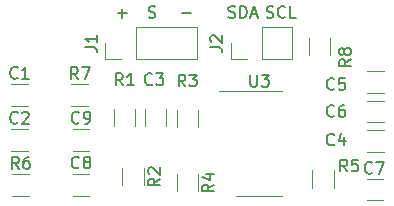
<source format=gto>
%TF.GenerationSoftware,KiCad,Pcbnew,(6.0.4)*%
%TF.CreationDate,2022-07-28T21:40:12+10:00*%
%TF.ProjectId,GSR Sensor,47535220-5365-46e7-936f-722e6b696361,rev?*%
%TF.SameCoordinates,Original*%
%TF.FileFunction,Legend,Top*%
%TF.FilePolarity,Positive*%
%FSLAX46Y46*%
G04 Gerber Fmt 4.6, Leading zero omitted, Abs format (unit mm)*
G04 Created by KiCad (PCBNEW (6.0.4)) date 2022-07-28 21:40:12*
%MOMM*%
%LPD*%
G01*
G04 APERTURE LIST*
%ADD10C,0.150000*%
%ADD11C,0.120000*%
G04 APERTURE END LIST*
D10*
X138634285Y-93604761D02*
X138777142Y-93652380D01*
X139015238Y-93652380D01*
X139110476Y-93604761D01*
X139158095Y-93557142D01*
X139205714Y-93461904D01*
X139205714Y-93366666D01*
X139158095Y-93271428D01*
X139110476Y-93223809D01*
X139015238Y-93176190D01*
X138824761Y-93128571D01*
X138729523Y-93080952D01*
X138681904Y-93033333D01*
X138634285Y-92938095D01*
X138634285Y-92842857D01*
X138681904Y-92747619D01*
X138729523Y-92700000D01*
X138824761Y-92652380D01*
X139062857Y-92652380D01*
X139205714Y-92700000D01*
X148609523Y-93604761D02*
X148752380Y-93652380D01*
X148990476Y-93652380D01*
X149085714Y-93604761D01*
X149133333Y-93557142D01*
X149180952Y-93461904D01*
X149180952Y-93366666D01*
X149133333Y-93271428D01*
X149085714Y-93223809D01*
X148990476Y-93176190D01*
X148800000Y-93128571D01*
X148704761Y-93080952D01*
X148657142Y-93033333D01*
X148609523Y-92938095D01*
X148609523Y-92842857D01*
X148657142Y-92747619D01*
X148704761Y-92700000D01*
X148800000Y-92652380D01*
X149038095Y-92652380D01*
X149180952Y-92700000D01*
X150180952Y-93557142D02*
X150133333Y-93604761D01*
X149990476Y-93652380D01*
X149895238Y-93652380D01*
X149752380Y-93604761D01*
X149657142Y-93509523D01*
X149609523Y-93414285D01*
X149561904Y-93223809D01*
X149561904Y-93080952D01*
X149609523Y-92890476D01*
X149657142Y-92795238D01*
X149752380Y-92700000D01*
X149895238Y-92652380D01*
X149990476Y-92652380D01*
X150133333Y-92700000D01*
X150180952Y-92747619D01*
X151085714Y-93652380D02*
X150609523Y-93652380D01*
X150609523Y-92652380D01*
X136019047Y-93271428D02*
X136780952Y-93271428D01*
X136400000Y-93652380D02*
X136400000Y-92890476D01*
X145385714Y-93604761D02*
X145528571Y-93652380D01*
X145766666Y-93652380D01*
X145861904Y-93604761D01*
X145909523Y-93557142D01*
X145957142Y-93461904D01*
X145957142Y-93366666D01*
X145909523Y-93271428D01*
X145861904Y-93223809D01*
X145766666Y-93176190D01*
X145576190Y-93128571D01*
X145480952Y-93080952D01*
X145433333Y-93033333D01*
X145385714Y-92938095D01*
X145385714Y-92842857D01*
X145433333Y-92747619D01*
X145480952Y-92700000D01*
X145576190Y-92652380D01*
X145814285Y-92652380D01*
X145957142Y-92700000D01*
X146385714Y-93652380D02*
X146385714Y-92652380D01*
X146623809Y-92652380D01*
X146766666Y-92700000D01*
X146861904Y-92795238D01*
X146909523Y-92890476D01*
X146957142Y-93080952D01*
X146957142Y-93223809D01*
X146909523Y-93414285D01*
X146861904Y-93509523D01*
X146766666Y-93604761D01*
X146623809Y-93652380D01*
X146385714Y-93652380D01*
X147338095Y-93366666D02*
X147814285Y-93366666D01*
X147242857Y-93652380D02*
X147576190Y-92652380D01*
X147909523Y-93652380D01*
X141419047Y-93271428D02*
X142180952Y-93271428D01*
%TO.C,C5*%
X154333333Y-99657142D02*
X154285714Y-99704761D01*
X154142857Y-99752380D01*
X154047619Y-99752380D01*
X153904761Y-99704761D01*
X153809523Y-99609523D01*
X153761904Y-99514285D01*
X153714285Y-99323809D01*
X153714285Y-99180952D01*
X153761904Y-98990476D01*
X153809523Y-98895238D01*
X153904761Y-98800000D01*
X154047619Y-98752380D01*
X154142857Y-98752380D01*
X154285714Y-98800000D01*
X154333333Y-98847619D01*
X155238095Y-98752380D02*
X154761904Y-98752380D01*
X154714285Y-99228571D01*
X154761904Y-99180952D01*
X154857142Y-99133333D01*
X155095238Y-99133333D01*
X155190476Y-99180952D01*
X155238095Y-99228571D01*
X155285714Y-99323809D01*
X155285714Y-99561904D01*
X155238095Y-99657142D01*
X155190476Y-99704761D01*
X155095238Y-99752380D01*
X154857142Y-99752380D01*
X154761904Y-99704761D01*
X154714285Y-99657142D01*
%TO.C,R4*%
X144172380Y-107766666D02*
X143696190Y-108100000D01*
X144172380Y-108338095D02*
X143172380Y-108338095D01*
X143172380Y-107957142D01*
X143220000Y-107861904D01*
X143267619Y-107814285D01*
X143362857Y-107766666D01*
X143505714Y-107766666D01*
X143600952Y-107814285D01*
X143648571Y-107861904D01*
X143696190Y-107957142D01*
X143696190Y-108338095D01*
X143505714Y-106909523D02*
X144172380Y-106909523D01*
X143124761Y-107147619D02*
X143839047Y-107385714D01*
X143839047Y-106766666D01*
%TO.C,R5*%
X155433333Y-106652380D02*
X155100000Y-106176190D01*
X154861904Y-106652380D02*
X154861904Y-105652380D01*
X155242857Y-105652380D01*
X155338095Y-105700000D01*
X155385714Y-105747619D01*
X155433333Y-105842857D01*
X155433333Y-105985714D01*
X155385714Y-106080952D01*
X155338095Y-106128571D01*
X155242857Y-106176190D01*
X154861904Y-106176190D01*
X156338095Y-105652380D02*
X155861904Y-105652380D01*
X155814285Y-106128571D01*
X155861904Y-106080952D01*
X155957142Y-106033333D01*
X156195238Y-106033333D01*
X156290476Y-106080952D01*
X156338095Y-106128571D01*
X156385714Y-106223809D01*
X156385714Y-106461904D01*
X156338095Y-106557142D01*
X156290476Y-106604761D01*
X156195238Y-106652380D01*
X155957142Y-106652380D01*
X155861904Y-106604761D01*
X155814285Y-106557142D01*
%TO.C,R6*%
X127633333Y-106432380D02*
X127300000Y-105956190D01*
X127061904Y-106432380D02*
X127061904Y-105432380D01*
X127442857Y-105432380D01*
X127538095Y-105480000D01*
X127585714Y-105527619D01*
X127633333Y-105622857D01*
X127633333Y-105765714D01*
X127585714Y-105860952D01*
X127538095Y-105908571D01*
X127442857Y-105956190D01*
X127061904Y-105956190D01*
X128490476Y-105432380D02*
X128300000Y-105432380D01*
X128204761Y-105480000D01*
X128157142Y-105527619D01*
X128061904Y-105670476D01*
X128014285Y-105860952D01*
X128014285Y-106241904D01*
X128061904Y-106337142D01*
X128109523Y-106384761D01*
X128204761Y-106432380D01*
X128395238Y-106432380D01*
X128490476Y-106384761D01*
X128538095Y-106337142D01*
X128585714Y-106241904D01*
X128585714Y-106003809D01*
X128538095Y-105908571D01*
X128490476Y-105860952D01*
X128395238Y-105813333D01*
X128204761Y-105813333D01*
X128109523Y-105860952D01*
X128061904Y-105908571D01*
X128014285Y-106003809D01*
%TO.C,J1*%
X133252380Y-96133333D02*
X133966666Y-96133333D01*
X134109523Y-96180952D01*
X134204761Y-96276190D01*
X134252380Y-96419047D01*
X134252380Y-96514285D01*
X134252380Y-95133333D02*
X134252380Y-95704761D01*
X134252380Y-95419047D02*
X133252380Y-95419047D01*
X133395238Y-95514285D01*
X133490476Y-95609523D01*
X133538095Y-95704761D01*
%TO.C,R2*%
X139572380Y-107266666D02*
X139096190Y-107600000D01*
X139572380Y-107838095D02*
X138572380Y-107838095D01*
X138572380Y-107457142D01*
X138620000Y-107361904D01*
X138667619Y-107314285D01*
X138762857Y-107266666D01*
X138905714Y-107266666D01*
X139000952Y-107314285D01*
X139048571Y-107361904D01*
X139096190Y-107457142D01*
X139096190Y-107838095D01*
X138667619Y-106885714D02*
X138620000Y-106838095D01*
X138572380Y-106742857D01*
X138572380Y-106504761D01*
X138620000Y-106409523D01*
X138667619Y-106361904D01*
X138762857Y-106314285D01*
X138858095Y-106314285D01*
X139000952Y-106361904D01*
X139572380Y-106933333D01*
X139572380Y-106314285D01*
%TO.C,C7*%
X157533333Y-106757142D02*
X157485714Y-106804761D01*
X157342857Y-106852380D01*
X157247619Y-106852380D01*
X157104761Y-106804761D01*
X157009523Y-106709523D01*
X156961904Y-106614285D01*
X156914285Y-106423809D01*
X156914285Y-106280952D01*
X156961904Y-106090476D01*
X157009523Y-105995238D01*
X157104761Y-105900000D01*
X157247619Y-105852380D01*
X157342857Y-105852380D01*
X157485714Y-105900000D01*
X157533333Y-105947619D01*
X157866666Y-105852380D02*
X158533333Y-105852380D01*
X158104761Y-106852380D01*
%TO.C,C2*%
X127533333Y-102507142D02*
X127485714Y-102554761D01*
X127342857Y-102602380D01*
X127247619Y-102602380D01*
X127104761Y-102554761D01*
X127009523Y-102459523D01*
X126961904Y-102364285D01*
X126914285Y-102173809D01*
X126914285Y-102030952D01*
X126961904Y-101840476D01*
X127009523Y-101745238D01*
X127104761Y-101650000D01*
X127247619Y-101602380D01*
X127342857Y-101602380D01*
X127485714Y-101650000D01*
X127533333Y-101697619D01*
X127914285Y-101697619D02*
X127961904Y-101650000D01*
X128057142Y-101602380D01*
X128295238Y-101602380D01*
X128390476Y-101650000D01*
X128438095Y-101697619D01*
X128485714Y-101792857D01*
X128485714Y-101888095D01*
X128438095Y-102030952D01*
X127866666Y-102602380D01*
X128485714Y-102602380D01*
%TO.C,C8*%
X132733333Y-106307142D02*
X132685714Y-106354761D01*
X132542857Y-106402380D01*
X132447619Y-106402380D01*
X132304761Y-106354761D01*
X132209523Y-106259523D01*
X132161904Y-106164285D01*
X132114285Y-105973809D01*
X132114285Y-105830952D01*
X132161904Y-105640476D01*
X132209523Y-105545238D01*
X132304761Y-105450000D01*
X132447619Y-105402380D01*
X132542857Y-105402380D01*
X132685714Y-105450000D01*
X132733333Y-105497619D01*
X133304761Y-105830952D02*
X133209523Y-105783333D01*
X133161904Y-105735714D01*
X133114285Y-105640476D01*
X133114285Y-105592857D01*
X133161904Y-105497619D01*
X133209523Y-105450000D01*
X133304761Y-105402380D01*
X133495238Y-105402380D01*
X133590476Y-105450000D01*
X133638095Y-105497619D01*
X133685714Y-105592857D01*
X133685714Y-105640476D01*
X133638095Y-105735714D01*
X133590476Y-105783333D01*
X133495238Y-105830952D01*
X133304761Y-105830952D01*
X133209523Y-105878571D01*
X133161904Y-105926190D01*
X133114285Y-106021428D01*
X133114285Y-106211904D01*
X133161904Y-106307142D01*
X133209523Y-106354761D01*
X133304761Y-106402380D01*
X133495238Y-106402380D01*
X133590476Y-106354761D01*
X133638095Y-106307142D01*
X133685714Y-106211904D01*
X133685714Y-106021428D01*
X133638095Y-105926190D01*
X133590476Y-105878571D01*
X133495238Y-105830952D01*
%TO.C,C6*%
X154333333Y-101957142D02*
X154285714Y-102004761D01*
X154142857Y-102052380D01*
X154047619Y-102052380D01*
X153904761Y-102004761D01*
X153809523Y-101909523D01*
X153761904Y-101814285D01*
X153714285Y-101623809D01*
X153714285Y-101480952D01*
X153761904Y-101290476D01*
X153809523Y-101195238D01*
X153904761Y-101100000D01*
X154047619Y-101052380D01*
X154142857Y-101052380D01*
X154285714Y-101100000D01*
X154333333Y-101147619D01*
X155190476Y-101052380D02*
X155000000Y-101052380D01*
X154904761Y-101100000D01*
X154857142Y-101147619D01*
X154761904Y-101290476D01*
X154714285Y-101480952D01*
X154714285Y-101861904D01*
X154761904Y-101957142D01*
X154809523Y-102004761D01*
X154904761Y-102052380D01*
X155095238Y-102052380D01*
X155190476Y-102004761D01*
X155238095Y-101957142D01*
X155285714Y-101861904D01*
X155285714Y-101623809D01*
X155238095Y-101528571D01*
X155190476Y-101480952D01*
X155095238Y-101433333D01*
X154904761Y-101433333D01*
X154809523Y-101480952D01*
X154761904Y-101528571D01*
X154714285Y-101623809D01*
%TO.C,C9*%
X132733333Y-102507142D02*
X132685714Y-102554761D01*
X132542857Y-102602380D01*
X132447619Y-102602380D01*
X132304761Y-102554761D01*
X132209523Y-102459523D01*
X132161904Y-102364285D01*
X132114285Y-102173809D01*
X132114285Y-102030952D01*
X132161904Y-101840476D01*
X132209523Y-101745238D01*
X132304761Y-101650000D01*
X132447619Y-101602380D01*
X132542857Y-101602380D01*
X132685714Y-101650000D01*
X132733333Y-101697619D01*
X133209523Y-102602380D02*
X133400000Y-102602380D01*
X133495238Y-102554761D01*
X133542857Y-102507142D01*
X133638095Y-102364285D01*
X133685714Y-102173809D01*
X133685714Y-101792857D01*
X133638095Y-101697619D01*
X133590476Y-101650000D01*
X133495238Y-101602380D01*
X133304761Y-101602380D01*
X133209523Y-101650000D01*
X133161904Y-101697619D01*
X133114285Y-101792857D01*
X133114285Y-102030952D01*
X133161904Y-102126190D01*
X133209523Y-102173809D01*
X133304761Y-102221428D01*
X133495238Y-102221428D01*
X133590476Y-102173809D01*
X133638095Y-102126190D01*
X133685714Y-102030952D01*
%TO.C,U3*%
X147238095Y-98472380D02*
X147238095Y-99281904D01*
X147285714Y-99377142D01*
X147333333Y-99424761D01*
X147428571Y-99472380D01*
X147619047Y-99472380D01*
X147714285Y-99424761D01*
X147761904Y-99377142D01*
X147809523Y-99281904D01*
X147809523Y-98472380D01*
X148190476Y-98472380D02*
X148809523Y-98472380D01*
X148476190Y-98853333D01*
X148619047Y-98853333D01*
X148714285Y-98900952D01*
X148761904Y-98948571D01*
X148809523Y-99043809D01*
X148809523Y-99281904D01*
X148761904Y-99377142D01*
X148714285Y-99424761D01*
X148619047Y-99472380D01*
X148333333Y-99472380D01*
X148238095Y-99424761D01*
X148190476Y-99377142D01*
%TO.C,J2*%
X143852380Y-96133333D02*
X144566666Y-96133333D01*
X144709523Y-96180952D01*
X144804761Y-96276190D01*
X144852380Y-96419047D01*
X144852380Y-96514285D01*
X143947619Y-95704761D02*
X143900000Y-95657142D01*
X143852380Y-95561904D01*
X143852380Y-95323809D01*
X143900000Y-95228571D01*
X143947619Y-95180952D01*
X144042857Y-95133333D01*
X144138095Y-95133333D01*
X144280952Y-95180952D01*
X144852380Y-95752380D01*
X144852380Y-95133333D01*
%TO.C,R7*%
X132633333Y-98852380D02*
X132300000Y-98376190D01*
X132061904Y-98852380D02*
X132061904Y-97852380D01*
X132442857Y-97852380D01*
X132538095Y-97900000D01*
X132585714Y-97947619D01*
X132633333Y-98042857D01*
X132633333Y-98185714D01*
X132585714Y-98280952D01*
X132538095Y-98328571D01*
X132442857Y-98376190D01*
X132061904Y-98376190D01*
X132966666Y-97852380D02*
X133633333Y-97852380D01*
X133204761Y-98852380D01*
%TO.C,R3*%
X141733333Y-99452380D02*
X141400000Y-98976190D01*
X141161904Y-99452380D02*
X141161904Y-98452380D01*
X141542857Y-98452380D01*
X141638095Y-98500000D01*
X141685714Y-98547619D01*
X141733333Y-98642857D01*
X141733333Y-98785714D01*
X141685714Y-98880952D01*
X141638095Y-98928571D01*
X141542857Y-98976190D01*
X141161904Y-98976190D01*
X142066666Y-98452380D02*
X142685714Y-98452380D01*
X142352380Y-98833333D01*
X142495238Y-98833333D01*
X142590476Y-98880952D01*
X142638095Y-98928571D01*
X142685714Y-99023809D01*
X142685714Y-99261904D01*
X142638095Y-99357142D01*
X142590476Y-99404761D01*
X142495238Y-99452380D01*
X142209523Y-99452380D01*
X142114285Y-99404761D01*
X142066666Y-99357142D01*
%TO.C,C4*%
X154333333Y-104357142D02*
X154285714Y-104404761D01*
X154142857Y-104452380D01*
X154047619Y-104452380D01*
X153904761Y-104404761D01*
X153809523Y-104309523D01*
X153761904Y-104214285D01*
X153714285Y-104023809D01*
X153714285Y-103880952D01*
X153761904Y-103690476D01*
X153809523Y-103595238D01*
X153904761Y-103500000D01*
X154047619Y-103452380D01*
X154142857Y-103452380D01*
X154285714Y-103500000D01*
X154333333Y-103547619D01*
X155190476Y-103785714D02*
X155190476Y-104452380D01*
X154952380Y-103404761D02*
X154714285Y-104119047D01*
X155333333Y-104119047D01*
%TO.C,R8*%
X155752380Y-97166666D02*
X155276190Y-97500000D01*
X155752380Y-97738095D02*
X154752380Y-97738095D01*
X154752380Y-97357142D01*
X154800000Y-97261904D01*
X154847619Y-97214285D01*
X154942857Y-97166666D01*
X155085714Y-97166666D01*
X155180952Y-97214285D01*
X155228571Y-97261904D01*
X155276190Y-97357142D01*
X155276190Y-97738095D01*
X155180952Y-96595238D02*
X155133333Y-96690476D01*
X155085714Y-96738095D01*
X154990476Y-96785714D01*
X154942857Y-96785714D01*
X154847619Y-96738095D01*
X154800000Y-96690476D01*
X154752380Y-96595238D01*
X154752380Y-96404761D01*
X154800000Y-96309523D01*
X154847619Y-96261904D01*
X154942857Y-96214285D01*
X154990476Y-96214285D01*
X155085714Y-96261904D01*
X155133333Y-96309523D01*
X155180952Y-96404761D01*
X155180952Y-96595238D01*
X155228571Y-96690476D01*
X155276190Y-96738095D01*
X155371428Y-96785714D01*
X155561904Y-96785714D01*
X155657142Y-96738095D01*
X155704761Y-96690476D01*
X155752380Y-96595238D01*
X155752380Y-96404761D01*
X155704761Y-96309523D01*
X155657142Y-96261904D01*
X155561904Y-96214285D01*
X155371428Y-96214285D01*
X155276190Y-96261904D01*
X155228571Y-96309523D01*
X155180952Y-96404761D01*
%TO.C,R1*%
X136433333Y-99352380D02*
X136100000Y-98876190D01*
X135861904Y-99352380D02*
X135861904Y-98352380D01*
X136242857Y-98352380D01*
X136338095Y-98400000D01*
X136385714Y-98447619D01*
X136433333Y-98542857D01*
X136433333Y-98685714D01*
X136385714Y-98780952D01*
X136338095Y-98828571D01*
X136242857Y-98876190D01*
X135861904Y-98876190D01*
X137385714Y-99352380D02*
X136814285Y-99352380D01*
X137100000Y-99352380D02*
X137100000Y-98352380D01*
X137004761Y-98495238D01*
X136909523Y-98590476D01*
X136814285Y-98638095D01*
%TO.C,C3*%
X138933333Y-99257142D02*
X138885714Y-99304761D01*
X138742857Y-99352380D01*
X138647619Y-99352380D01*
X138504761Y-99304761D01*
X138409523Y-99209523D01*
X138361904Y-99114285D01*
X138314285Y-98923809D01*
X138314285Y-98780952D01*
X138361904Y-98590476D01*
X138409523Y-98495238D01*
X138504761Y-98400000D01*
X138647619Y-98352380D01*
X138742857Y-98352380D01*
X138885714Y-98400000D01*
X138933333Y-98447619D01*
X139266666Y-98352380D02*
X139885714Y-98352380D01*
X139552380Y-98733333D01*
X139695238Y-98733333D01*
X139790476Y-98780952D01*
X139838095Y-98828571D01*
X139885714Y-98923809D01*
X139885714Y-99161904D01*
X139838095Y-99257142D01*
X139790476Y-99304761D01*
X139695238Y-99352380D01*
X139409523Y-99352380D01*
X139314285Y-99304761D01*
X139266666Y-99257142D01*
%TO.C,C1*%
X127533333Y-98707142D02*
X127485714Y-98754761D01*
X127342857Y-98802380D01*
X127247619Y-98802380D01*
X127104761Y-98754761D01*
X127009523Y-98659523D01*
X126961904Y-98564285D01*
X126914285Y-98373809D01*
X126914285Y-98230952D01*
X126961904Y-98040476D01*
X127009523Y-97945238D01*
X127104761Y-97850000D01*
X127247619Y-97802380D01*
X127342857Y-97802380D01*
X127485714Y-97850000D01*
X127533333Y-97897619D01*
X128485714Y-98802380D02*
X127914285Y-98802380D01*
X128200000Y-98802380D02*
X128200000Y-97802380D01*
X128104761Y-97945238D01*
X128009523Y-98040476D01*
X127914285Y-98088095D01*
D11*
%TO.C,C5*%
X157113748Y-98190000D02*
X158536252Y-98190000D01*
X157113748Y-100010000D02*
X158536252Y-100010000D01*
%TO.C,R4*%
X140990000Y-106872936D02*
X140990000Y-108327064D01*
X142810000Y-106872936D02*
X142810000Y-108327064D01*
%TO.C,R5*%
X152490000Y-106572936D02*
X152490000Y-108027064D01*
X154310000Y-106572936D02*
X154310000Y-108027064D01*
%TO.C,R6*%
X127072936Y-106890000D02*
X128527064Y-106890000D01*
X127072936Y-108710000D02*
X128527064Y-108710000D01*
%TO.C,J1*%
X137545000Y-97130000D02*
X142685000Y-97130000D01*
X136275000Y-97130000D02*
X134945000Y-97130000D01*
X134945000Y-97130000D02*
X134945000Y-95800000D01*
X137545000Y-97130000D02*
X137545000Y-94470000D01*
X137545000Y-94470000D02*
X142685000Y-94470000D01*
X142685000Y-97130000D02*
X142685000Y-94470000D01*
%TO.C,R2*%
X138210000Y-106372936D02*
X138210000Y-107827064D01*
X136390000Y-106372936D02*
X136390000Y-107827064D01*
%TO.C,C7*%
X157088748Y-107290000D02*
X158511252Y-107290000D01*
X157088748Y-109110000D02*
X158511252Y-109110000D01*
%TO.C,C2*%
X126988748Y-104910000D02*
X128411252Y-104910000D01*
X126988748Y-103090000D02*
X128411252Y-103090000D01*
%TO.C,C8*%
X132188748Y-106890000D02*
X133611252Y-106890000D01*
X132188748Y-108710000D02*
X133611252Y-108710000D01*
%TO.C,C6*%
X157113748Y-100690000D02*
X158536252Y-100690000D01*
X157113748Y-102510000D02*
X158536252Y-102510000D01*
%TO.C,C9*%
X132188748Y-103090000D02*
X133611252Y-103090000D01*
X132188748Y-104910000D02*
X133611252Y-104910000D01*
%TO.C,U3*%
X148000000Y-99865000D02*
X149950000Y-99865000D01*
X148000000Y-108735000D02*
X146050000Y-108735000D01*
X148000000Y-99865000D02*
X144550000Y-99865000D01*
X148000000Y-108735000D02*
X149950000Y-108735000D01*
%TO.C,J2*%
X148195000Y-97130000D02*
X148195000Y-94470000D01*
X145595000Y-97130000D02*
X145595000Y-95800000D01*
X148195000Y-94470000D02*
X150795000Y-94470000D01*
X148195000Y-97130000D02*
X150795000Y-97130000D01*
X146925000Y-97130000D02*
X145595000Y-97130000D01*
X150795000Y-97130000D02*
X150795000Y-94470000D01*
%TO.C,R7*%
X133527064Y-99290000D02*
X132072936Y-99290000D01*
X133527064Y-101110000D02*
X132072936Y-101110000D01*
%TO.C,R3*%
X142810000Y-101422936D02*
X142810000Y-102877064D01*
X140990000Y-101422936D02*
X140990000Y-102877064D01*
%TO.C,C4*%
X158536252Y-103190000D02*
X157113748Y-103190000D01*
X158536252Y-105010000D02*
X157113748Y-105010000D01*
%TO.C,R8*%
X154010000Y-95372936D02*
X154010000Y-96827064D01*
X152190000Y-95372936D02*
X152190000Y-96827064D01*
%TO.C,R1*%
X135690000Y-101372936D02*
X135690000Y-102827064D01*
X137510000Y-101372936D02*
X137510000Y-102827064D01*
%TO.C,C3*%
X138290000Y-101388748D02*
X138290000Y-102811252D01*
X140110000Y-101388748D02*
X140110000Y-102811252D01*
%TO.C,C1*%
X126988748Y-101110000D02*
X128411252Y-101110000D01*
X126988748Y-99290000D02*
X128411252Y-99290000D01*
%TD*%
M02*

</source>
